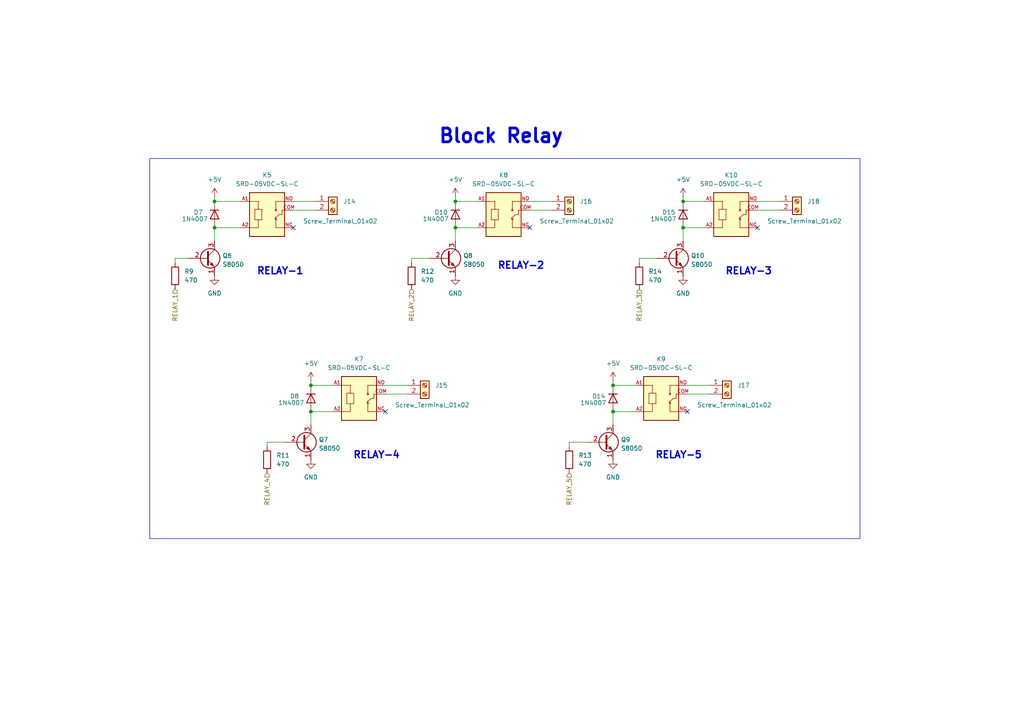
<source format=kicad_sch>
(kicad_sch (version 20231120) (generator "eeschema") (generator_version "8.0")
  (paper "A4")
  (lib_symbols
    (symbol "Connector:Screw_Terminal_01x02" (pin_names (offset 1.016) hide)
      (property "Reference" "J" (at 0 2.54 0))
      (property "Value" "Screw_Terminal_01x02" (at 0 -5.08 0))
      (symbol "Screw_Terminal_01x02_1_1"
        (rectangle (start -1.27 1.27) (end 1.27 -3.81) (stroke (width 0.254)) (fill (type background)))
        (circle (center 0 -2.54) (radius 0.635) (stroke (width 0.1524)))
        (polyline (pts (xy -0.5334 -2.2098) (xy 0.3302 -3.048)) (stroke (width 0.1524)))
        (polyline (pts (xy -0.5334 0.3302) (xy 0.3302 -0.508)) (stroke (width 0.1524)))
        (polyline (pts (xy -0.3556 -2.032) (xy 0.508 -2.8702)) (stroke (width 0.1524)))
        (polyline (pts (xy -0.3556 0.508) (xy 0.508 -0.3302)) (stroke (width 0.1524)))
        (circle (center 0 0) (radius 0.635) (stroke (width 0.1524)))
        (pin passive line (at -5.08 0 0) (length 3.81) (name "Pin_1") (number "1"))
        (pin passive line (at -5.08 -2.54 0) (length 3.81) (name "Pin_2") (number "2"))
      )
    )
    (symbol "Device:R" (pin_numbers hide) (pin_names (offset 0))
      (property "Reference" "R" (at 2.032 0 90))
      (property "Value" "R" (at 0 0 90))
      (symbol "R_0_1"
        (rectangle (start -1.016 -2.54) (end 1.016 2.54) (stroke (width 0.254)))
      )
      (symbol "R_1_1"
        (pin passive line (at 0 3.81 270) (length 1.27) (name "~") (number "1"))
        (pin passive line (at 0 -3.81 90) (length 1.27) (name "~") (number "2"))
      )
    )
    (symbol "Diode:LL4148" (pin_numbers hide) (pin_names hide)
      (property "Reference" "D" (at 0 2.54 0))
      (property "Value" "LL4148" (at 0 -2.54 0))
      (symbol "LL4148_0_1"
        (polyline (pts (xy -1.27 1.27) (xy -1.27 -1.27)) (stroke (width 0.254)))
        (polyline (pts (xy 1.27 0) (xy -1.27 0)))
        (polyline (pts (xy 1.27 1.27) (xy 1.27 -1.27) (xy -1.27 0) (xy 1.27 1.27)) (stroke (width 0.254)))
      )
      (symbol "LL4148_1_1"
        (pin passive line (at -3.81 0 0) (length 2.54) (name "K") (number "1"))
        (pin passive line (at 3.81 0 180) (length 2.54) (name "A") (number "2"))
      )
    )
    (symbol "SRD-05VDC-SL-C_1" (pin_names (offset 1.016))
      (property "Reference" "K" (at -5.0809 5.843 0))
      (property "Value" "SRD-05VDC-SL-C" (at -5.0832 -10.1664 0))
      (symbol "SRD-05VDC-SL-C_1_0_0"
        (rectangle (start -5.08 -7.62) (end 5.08 5.08) (stroke (width 0.254)) (fill (type background)))
        (polyline (pts (xy -5.08 2.54) (xy -2.54 2.54)) (stroke (width 0.1524)))
        (polyline (pts (xy -3.556 -2.794) (xy -2.54 -2.794)) (stroke (width 0.1524)))
        (polyline (pts (xy -3.556 0.254) (xy -3.556 -2.794)) (stroke (width 0.1524)))
        (polyline (pts (xy -2.54 -5.08) (xy -5.08 -5.08)) (stroke (width 0.1524)))
        (polyline (pts (xy -2.54 -2.794) (xy -2.54 -5.08)) (stroke (width 0.1524)))
        (polyline (pts (xy -2.54 -2.794) (xy -1.524 -2.794)) (stroke (width 0.1524)))
        (polyline (pts (xy -2.54 0.254) (xy -3.556 0.254)) (stroke (width 0.1524)))
        (polyline (pts (xy -2.54 2.54) (xy -2.54 0.254)) (stroke (width 0.1524)))
        (polyline (pts (xy -1.524 -2.794) (xy -1.524 0.254)) (stroke (width 0.1524)))
        (polyline (pts (xy -1.524 0.254) (xy -2.54 0.254)) (stroke (width 0.1524)))
        (polyline (pts (xy 2.54 -5.08) (xy 5.08 -5.08)) (stroke (width 0.1524)))
        (polyline (pts (xy 2.54 -2.54) (xy 2.54 -5.08)) (stroke (width 0.1524)))
        (polyline (pts (xy 2.54 2.54) (xy 2.54 0)) (stroke (width 0.1524)))
        (polyline (pts (xy 3.556 -1.27) (xy 2.286 -2.286)) (stroke (width 0.1524)))
        (polyline (pts (xy 3.556 -1.27) (xy 4.318 -1.27)) (stroke (width 0.1524)))
        (polyline (pts (xy 4.318 -1.27) (xy 4.318 0)) (stroke (width 0.1524)))
        (polyline (pts (xy 4.318 0) (xy 5.08 0)) (stroke (width 0.1524)))
        (polyline (pts (xy 5.08 2.54) (xy 2.54 2.54)) (stroke (width 0.1524)))
        (circle (center 2.54 -2.54) (radius 0.254) (stroke (width 0.1524)))
        (circle (center 2.54 0) (radius 0.254) (stroke (width 0.1524)))
        (pin passive line (at -7.62 2.54 0) (length 2.54) (name "~") (number "A1"))
        (pin passive line (at -7.62 -5.08 0) (length 2.54) (name "~") (number "A2"))
        (pin passive line (at 7.62 0 180) (length 2.54) (name "~") (number "COM"))
        (pin passive line (at 7.62 -5.08 180) (length 2.54) (name "~") (number "NC"))
        (pin passive line (at 7.62 2.54 180) (length 2.54) (name "~") (number "NO"))
      )
    )
    (symbol "Transistor_BJT:S8050" (pin_names (offset 0) hide)
      (property "Reference" "Q" (at 5.08 1.905 0))
      (property "Value" "S8050" (at 5.08 0 0))
      (symbol "S8050_0_1"
        (polyline (pts (xy 0 0) (xy 0.635 0)))
        (polyline (pts (xy 0.635 0.635) (xy 2.54 2.54)))
        (polyline (pts (xy 0.635 -0.635) (xy 2.54 -2.54) (xy 2.54 -2.54)))
        (polyline (pts (xy 0.635 1.905) (xy 0.635 -1.905) (xy 0.635 -1.905)) (stroke (width 0.508)))
        (polyline (pts (xy 1.27 -1.778) (xy 1.778 -1.27) (xy 2.286 -2.286) (xy 1.27 -1.778) (xy 1.27 -1.778)) (fill (type outline)))
        (circle (center 1.27 0) (radius 2.8194) (stroke (width 0.254)))
      )
      (symbol "S8050_1_1"
        (pin passive line (at 2.54 -5.08 90) (length 2.54) (name "E") (number "1"))
        (pin input line (at -5.08 0 0) (length 5.08) (name "B") (number "2"))
        (pin passive line (at 2.54 5.08 270) (length 2.54) (name "C") (number "3"))
      )
    )
    (symbol "power:+5V" (power) (pin_numbers hide) (pin_names (offset 0) hide)
      (property "Value" "+5V" (at 0 3.556 0))
      (symbol "+5V_0_1"
        (polyline (pts (xy -0.762 1.27) (xy 0 2.54)))
        (polyline (pts (xy 0 0) (xy 0 2.54)))
        (polyline (pts (xy 0 2.54) (xy 0.762 1.27)))
      )
      (symbol "+5V_1_1"
        (pin power_in line (at 0 0 90) (length 0) (name "~") (number "1"))
      )
    )
    (symbol "power:GND" (power) (pin_numbers hide) (pin_names (offset 0) hide)
      (property "Value" "GND" (at 0 -3.81 0))
      (symbol "GND_0_1"
        (polyline (pts (xy 0 0) (xy 0 -1.27) (xy 1.27 -1.27) (xy 0 -2.54) (xy -1.27 -1.27) (xy 0 -1.27)))
      )
      (symbol "GND_1_1"
        (pin power_in line (at 0 0 270) (length 0) (name "~") (number "1"))
      )
    )
  )
  (junction (at 62.23 58.42))
  (junction (at 62.23 66.04))
  (junction (at 90.17 119.38))
  (junction (at 198.12 66.04))
  (junction (at 177.8 119.38))
  (junction (at 90.17 111.76))
  (junction (at 198.12 58.42))
  (junction (at 132.08 58.42))
  (junction (at 132.08 66.04))
  (junction (at 177.8 111.76))
  (no_connect (at 219.71 66.04))
  (no_connect (at 85.09 66.04))
  (no_connect (at 111.76 119.38))
  (no_connect (at 153.67 66.04))
  (no_connect (at 199.39 119.38))
  (wire (pts (xy 177.8 110.49) (xy 177.8 111.76)))
  (wire (pts (xy 132.08 58.42) (xy 138.43 58.42)))
  (wire (pts (xy 90.17 111.76) (xy 96.52 111.76)))
  (wire (pts (xy 85.09 60.96) (xy 91.44 60.96)))
  (wire (pts (xy 153.67 60.96) (xy 160.02 60.96)))
  (wire (pts (xy 77.47 129.54) (xy 77.47 128.27)))
  (wire (pts (xy 219.71 60.96) (xy 226.06 60.96)))
  (wire (pts (xy 50.8 76.2) (xy 50.8 74.93)))
  (wire (pts (xy 50.8 74.93) (xy 54.61 74.93)))
  (wire (pts (xy 90.17 110.49) (xy 90.17 111.76)))
  (wire (pts (xy 132.08 66.04) (xy 138.43 66.04)))
  (wire (pts (xy 177.8 119.38) (xy 177.8 123.19)))
  (wire (pts (xy 90.17 119.38) (xy 96.52 119.38)))
  (wire (pts (xy 199.39 111.76) (xy 205.74 111.76)))
  (wire (pts (xy 153.67 58.42) (xy 160.02 58.42)))
  (wire (pts (xy 219.71 58.42) (xy 226.06 58.42)))
  (wire (pts (xy 111.76 114.3) (xy 118.11 114.3)))
  (wire (pts (xy 62.23 66.04) (xy 69.85 66.04)))
  (wire (pts (xy 111.76 111.76) (xy 118.11 111.76)))
  (wire (pts (xy 132.08 66.04) (xy 132.08 69.85)))
  (wire (pts (xy 62.23 58.42) (xy 69.85 58.42)))
  (wire (pts (xy 165.1 129.54) (xy 165.1 128.27)))
  (wire (pts (xy 77.47 128.27) (xy 82.55 128.27)))
  (wire (pts (xy 132.08 57.15) (xy 132.08 58.42)))
  (wire (pts (xy 90.17 119.38) (xy 90.17 123.19)))
  (wire (pts (xy 62.23 57.15) (xy 62.23 58.42)))
  (wire (pts (xy 198.12 58.42) (xy 204.47 58.42)))
  (wire (pts (xy 177.8 111.76) (xy 184.15 111.76)))
  (wire (pts (xy 165.1 128.27) (xy 170.18 128.27)))
  (wire (pts (xy 62.23 66.04) (xy 62.23 69.85)))
  (wire (pts (xy 119.38 74.93) (xy 124.46 74.93)))
  (wire (pts (xy 198.12 57.15) (xy 198.12 58.42)))
  (wire (pts (xy 198.12 66.04) (xy 198.12 69.85)))
  (wire (pts (xy 199.39 114.3) (xy 205.74 114.3)))
  (wire (pts (xy 85.09 58.42) (xy 91.44 58.42)))
  (wire (pts (xy 177.8 119.38) (xy 184.15 119.38)))
  (wire (pts (xy 198.12 66.04) (xy 204.47 66.04)))
  (wire (pts (xy 185.42 74.93) (xy 190.5 74.93)))
  (wire (pts (xy 185.42 76.2) (xy 185.42 74.93)))
  (wire (pts (xy 119.38 76.2) (xy 119.38 74.93)))
  (rectangle (start 43.434 45.974) (end 249.428 156.21))
  (text "RELAY-1\n" (at 81.28 78.74 0) (effects (font (size 2 2) (thickness 0.4) (bold yes))))
  (text "Block Relay\n" (at 127 41.91 0) (effects (font (size 4 4) (bold yes)) (justify left bottom)))
  (text "RELAY-3\n" (at 217.17 78.74 0) (effects (font (size 2 2) (thickness 0.4) (bold yes))))
  (text "RELAY-2\n\n" (at 151.13 78.74 0) (effects (font (size 2 2) (thickness 0.4) (bold yes))))
  (text "RELAY-4\n" (at 109.22 132.08 0) (effects (font (size 2 2) (thickness 0.4) (bold yes))))
  (text "RELAY-5\n" (at 196.85 132.08 0) (effects (font (size 2 2) (thickness 0.4) (bold yes))))
  (hierarchical_label "RELAY_2" (shape input) (at 119.38 83.82 270))
  (hierarchical_label "RELAY_5" (shape input) (at 165.1 137.16 270))
  (hierarchical_label "RELAY_3" (shape input) (at 185.42 83.82 270))
  (hierarchical_label "RELAY_1" (shape input) (at 50.8 83.82 270))
  (hierarchical_label "RELAY_4" (shape input) (at 77.47 137.16 270))
  (symbol (lib_id "power:GND") (at 62.23 80.01 0) (unit 1)
    (property "Reference" "#PWR049" (effects (hide yes)))
    (property "Value" "GND" (at 62.23 85.09 0))
    (property "Description" "Power symbol creates a global label with name \"GND\" , ground" (effects (hide yes)))
  )
  (symbol (lib_name "SRD-05VDC-SL-C_1") (lib_id "SRD-05VDC-SL-C:SRD-05VDC-SL-C") (at 191.77 114.3 0) (unit 1)
    (property "Reference" "K9" (at 191.77 104.14 0))
    (property "Value" "SRD-05VDC-SL-C" (at 191.77 106.68 0))
    (property "Footprint" "SRD-05VDC-SL-C:RELAY_SRD-05VDC-SL-C" (effects (hide yes)))
    (property "MF" "Songle Relay" (effects (hide yes)))
    (property "Description_1" "\n5V Trigger Relay Module For Arduino And Raspberry Pi 5V Trigger Relay Module For Arduino And Raspberry Pi\n" (effects (hide yes)))
    (property "Package" "NON STANDARD-5 Songle Relay" (effects (hide yes)))
    (property "Price" "None" (effects (hide yes)))
    (property "Check_prices" "https://www.snapeda.com/parts/SRD-05VDC-SL-C/Songle+Relay/view-part/?ref=eda" (effects (hide yes)))
    (property "STANDARD" "IPC-7251" (effects (hide yes)))
    (property "SnapEDA_Link" "https://www.snapeda.com/parts/SRD-05VDC-SL-C/Songle+Relay/view-part/?ref=snap" (effects (hide yes)))
    (property "MP" "SRD-05VDC-SL-C" (effects (hide yes)))
    (property "Availability" "Not in stock" (effects (hide yes)))
    (property "MANUFACTURER" "SONGLE RELAY" (effects (hide yes)))
  )
  (symbol (lib_id "Diode:LL4148") (at 62.23 62.23 270) (unit 1)
    (property "Reference" "D7" (at 56.134 61.595 90) (effects (justify left)))
    (property "Value" "1N4007" (at 52.705 63.5 90) (effects (justify left)))
    (property "Footprint" "Diode_SMD:D_SMA" (effects (hide yes)))
    (property "Datasheet" "http://www.vishay.com/docs/85557/ll4148.pdf" (effects (hide yes)))
    (property "Sim.Device" "D" (effects (hide yes)))
    (property "Sim.Pins" "1=K 2=A" (effects (hide yes)))
  )
  (symbol (lib_id "power:GND") (at 177.8 133.35 0) (unit 1)
    (property "Reference" "#PWR055" (effects (hide yes)))
    (property "Value" "GND" (at 177.8 138.43 0))
    (property "Description" "Power symbol creates a global label with name \"GND\" , ground" (effects (hide yes)))
  )
  (symbol (lib_id "Transistor_BJT:S8050") (at 87.63 128.27 0) (unit 1)
    (property "Reference" "Q7" (at 92.456 127.508 0) (effects (justify left)))
    (property "Value" "S8050" (at 92.456 130.048 0) (effects (justify left)))
    (property "Footprint" "Package_TO_SOT_SMD:SOT-23" (effects (hide yes)))
    (property "Datasheet" "http://www.unisonic.com.tw/datasheet/S8050.pdf" (effects (hide yes)))
  )
  (symbol (lib_id "power:+5V") (at 62.23 57.15 0) (unit 1)
    (property "Reference" "#PWR048" (effects (hide yes)))
    (property "Value" "+5V" (at 62.23 52.07 0))
    (property "Description" "Power symbol creates a global label with name \"+5V\"" (effects (hide yes)))
  )
  (symbol (lib_id "Connector:Screw_Terminal_01x02") (at 165.1 58.42 0) (unit 1)
    (property "Reference" "J16" (at 168.148 58.42 0) (effects (justify left)))
    (property "Value" "Screw_Terminal_01x02" (at 156.464 64.135 0) (effects (justify left)))
    (property "Footprint" "TerminalBlock_Phoenix:TerminalBlock_Phoenix_MKDS-1,5-2-5.08_1x02_P5.08mm_Horizontal" (effects (hide yes)))
  )
  (symbol (lib_id "power:GND") (at 90.17 133.35 0) (unit 1)
    (property "Reference" "#PWR051" (effects (hide yes)))
    (property "Value" "GND" (at 90.17 138.43 0))
    (property "Description" "Power symbol creates a global label with name \"GND\" , ground" (effects (hide yes)))
  )
  (symbol (lib_name "SRD-05VDC-SL-C_1") (lib_id "SRD-05VDC-SL-C:SRD-05VDC-SL-C") (at 212.09 60.96 0) (unit 1)
    (property "Reference" "K10" (at 212.09 50.8 0))
    (property "Value" "SRD-05VDC-SL-C" (at 212.09 53.34 0))
    (property "Footprint" "SRD-05VDC-SL-C:RELAY_SRD-05VDC-SL-C" (effects (hide yes)))
    (property "MF" "Songle Relay" (effects (hide yes)))
    (property "Description_1" "\n5V Trigger Relay Module For Arduino And Raspberry Pi 5V Trigger Relay Module For Arduino And Raspberry Pi\n" (effects (hide yes)))
    (property "Package" "NON STANDARD-5 Songle Relay" (effects (hide yes)))
    (property "Price" "None" (effects (hide yes)))
    (property "Check_prices" "https://www.snapeda.com/parts/SRD-05VDC-SL-C/Songle+Relay/view-part/?ref=eda" (effects (hide yes)))
    (property "STANDARD" "IPC-7251" (effects (hide yes)))
    (property "SnapEDA_Link" "https://www.snapeda.com/parts/SRD-05VDC-SL-C/Songle+Relay/view-part/?ref=snap" (effects (hide yes)))
    (property "MP" "SRD-05VDC-SL-C" (effects (hide yes)))
    (property "Availability" "Not in stock" (effects (hide yes)))
    (property "MANUFACTURER" "SONGLE RELAY" (effects (hide yes)))
  )
  (symbol (lib_id "Transistor_BJT:S8050") (at 195.58 74.93 0) (unit 1)
    (property "Reference" "Q10" (at 200.406 74.168 0) (effects (justify left)))
    (property "Value" "S8050" (at 200.406 76.708 0) (effects (justify left)))
    (property "Footprint" "Package_TO_SOT_SMD:SOT-23" (effects (hide yes)))
    (property "Datasheet" "http://www.unisonic.com.tw/datasheet/S8050.pdf" (effects (hide yes)))
  )
  (symbol (lib_id "Transistor_BJT:S8050") (at 175.26 128.27 0) (unit 1)
    (property "Reference" "Q9" (at 180.086 127.508 0) (effects (justify left)))
    (property "Value" "S8050" (at 180.086 130.048 0) (effects (justify left)))
    (property "Footprint" "Package_TO_SOT_SMD:SOT-23" (effects (hide yes)))
    (property "Datasheet" "http://www.unisonic.com.tw/datasheet/S8050.pdf" (effects (hide yes)))
  )
  (symbol (lib_id "power:+5V") (at 90.17 110.49 0) (unit 1)
    (property "Reference" "#PWR050" (effects (hide yes)))
    (property "Value" "+5V" (at 90.17 105.41 0))
    (property "Description" "Power symbol creates a global label with name \"+5V\"" (effects (hide yes)))
  )
  (symbol (lib_name "SRD-05VDC-SL-C_1") (lib_id "SRD-05VDC-SL-C:SRD-05VDC-SL-C") (at 104.14 114.3 0) (unit 1)
    (property "Reference" "K7" (at 104.14 104.14 0))
    (property "Value" "SRD-05VDC-SL-C" (at 104.14 106.68 0))
    (property "Footprint" "SRD-05VDC-SL-C:RELAY_SRD-05VDC-SL-C" (effects (hide yes)))
    (property "MF" "Songle Relay" (effects (hide yes)))
    (property "Description_1" "\n5V Trigger Relay Module For Arduino And Raspberry Pi 5V Trigger Relay Module For Arduino And Raspberry Pi\n" (effects (hide yes)))
    (property "Package" "NON STANDARD-5 Songle Relay" (effects (hide yes)))
    (property "Price" "None" (effects (hide yes)))
    (property "Check_prices" "https://www.snapeda.com/parts/SRD-05VDC-SL-C/Songle+Relay/view-part/?ref=eda" (effects (hide yes)))
    (property "STANDARD" "IPC-7251" (effects (hide yes)))
    (property "SnapEDA_Link" "https://www.snapeda.com/parts/SRD-05VDC-SL-C/Songle+Relay/view-part/?ref=snap" (effects (hide yes)))
    (property "MP" "SRD-05VDC-SL-C" (effects (hide yes)))
    (property "Availability" "Not in stock" (effects (hide yes)))
    (property "MANUFACTURER" "SONGLE RELAY" (effects (hide yes)))
  )
  (symbol (lib_id "Device:R") (at 50.8 80.01 180) (unit 1)
    (property "Reference" "R9" (at 53.467 78.7399 0) (effects (justify right)))
    (property "Value" "470" (at 53.467 81.2799 0) (effects (justify right)))
    (property "Footprint" "Resistor_SMD:R_0603_1608Metric" (effects (hide yes)))
  )
  (symbol (lib_id "Connector:Screw_Terminal_01x02") (at 231.14 58.42 0) (unit 1)
    (property "Reference" "J18" (at 234.188 58.42 0) (effects (justify left)))
    (property "Value" "Screw_Terminal_01x02" (at 222.504 64.135 0) (effects (justify left)))
    (property "Footprint" "TerminalBlock_Phoenix:TerminalBlock_Phoenix_MKDS-1,5-2-5.08_1x02_P5.08mm_Horizontal" (effects (hide yes)))
  )
  (symbol (lib_id "Connector:Screw_Terminal_01x02") (at 96.52 58.42 0) (unit 1)
    (property "Reference" "J14" (at 99.568 58.42 0) (effects (justify left)))
    (property "Value" "Screw_Terminal_01x02" (at 87.884 64.135 0) (effects (justify left)))
    (property "Footprint" "TerminalBlock_Phoenix:TerminalBlock_Phoenix_MKDS-1,5-2-5.08_1x02_P5.08mm_Horizontal" (effects (hide yes)))
  )
  (symbol (lib_id "Device:R") (at 77.47 133.35 180) (unit 1)
    (property "Reference" "R11" (at 80.137 132.0799 0) (effects (justify right)))
    (property "Value" "470" (at 80.137 134.6199 0) (effects (justify right)))
    (property "Footprint" "Resistor_SMD:R_0603_1608Metric" (effects (hide yes)))
  )
  (symbol (lib_id "power:+5V") (at 177.8 110.49 0) (unit 1)
    (property "Reference" "#PWR054" (effects (hide yes)))
    (property "Value" "+5V" (at 177.8 105.41 0))
    (property "Description" "Power symbol creates a global label with name \"+5V\"" (effects (hide yes)))
  )
  (symbol (lib_id "Device:R") (at 119.38 80.01 180) (unit 1)
    (property "Reference" "R12" (at 122.047 78.7399 0) (effects (justify right)))
    (property "Value" "470" (at 122.047 81.2799 0) (effects (justify right)))
    (property "Footprint" "Resistor_SMD:R_0603_1608Metric" (effects (hide yes)))
  )
  (symbol (lib_id "power:GND") (at 132.08 80.01 0) (unit 1)
    (property "Reference" "#PWR053" (effects (hide yes)))
    (property "Value" "GND" (at 132.08 85.09 0))
    (property "Description" "Power symbol creates a global label with name \"GND\" , ground" (effects (hide yes)))
  )
  (symbol (lib_id "Transistor_BJT:S8050") (at 129.54 74.93 0) (unit 1)
    (property "Reference" "Q8" (at 134.366 74.168 0) (effects (justify left)))
    (property "Value" "S8050" (at 134.366 76.708 0) (effects (justify left)))
    (property "Footprint" "Package_TO_SOT_SMD:SOT-23" (effects (hide yes)))
    (property "Datasheet" "http://www.unisonic.com.tw/datasheet/S8050.pdf" (effects (hide yes)))
  )
  (symbol (lib_id "Device:R") (at 165.1 133.35 180) (unit 1)
    (property "Reference" "R13" (at 167.767 132.0799 0) (effects (justify right)))
    (property "Value" "470" (at 167.767 134.6199 0) (effects (justify right)))
    (property "Footprint" "Resistor_SMD:R_0603_1608Metric" (effects (hide yes)))
  )
  (symbol (lib_id "power:+5V") (at 132.08 57.15 0) (unit 1)
    (property "Reference" "#PWR052" (effects (hide yes)))
    (property "Value" "+5V" (at 132.08 52.07 0))
    (property "Description" "Power symbol creates a global label with name \"+5V\"" (effects (hide yes)))
  )
  (symbol (lib_id "Diode:LL4148") (at 132.08 62.23 270) (unit 1)
    (property "Reference" "D10" (at 125.984 61.595 90) (effects (justify left)))
    (property "Value" "1N4007" (at 122.555 63.5 90) (effects (justify left)))
    (property "Footprint" "Diode_SMD:D_SMA" (effects (hide yes)))
    (property "Datasheet" "http://www.vishay.com/docs/85557/ll4148.pdf" (effects (hide yes)))
    (property "Sim.Device" "D" (effects (hide yes)))
    (property "Sim.Pins" "1=K 2=A" (effects (hide yes)))
  )
  (symbol (lib_id "Transistor_BJT:S8050") (at 59.69 74.93 0) (unit 1)
    (property "Reference" "Q6" (at 64.516 74.168 0) (effects (justify left)))
    (property "Value" "S8050" (at 64.516 76.708 0) (effects (justify left)))
    (property "Footprint" "Package_TO_SOT_SMD:SOT-23" (effects (hide yes)))
    (property "Datasheet" "http://www.unisonic.com.tw/datasheet/S8050.pdf" (effects (hide yes)))
  )
  (symbol (lib_id "Connector:Screw_Terminal_01x02") (at 123.19 111.76 0) (unit 1)
    (property "Reference" "J15" (at 126.238 111.76 0) (effects (justify left)))
    (property "Value" "Screw_Terminal_01x02" (at 114.554 117.475 0) (effects (justify left)))
    (property "Footprint" "TerminalBlock_Phoenix:TerminalBlock_Phoenix_MKDS-1,5-2-5.08_1x02_P5.08mm_Horizontal" (effects (hide yes)))
  )
  (symbol (lib_id "Device:R") (at 185.42 80.01 180) (unit 1)
    (property "Reference" "R14" (at 188.087 78.7399 0) (effects (justify right)))
    (property "Value" "470" (at 188.087 81.2799 0) (effects (justify right)))
    (property "Footprint" "Resistor_SMD:R_0603_1608Metric" (effects (hide yes)))
  )
  (symbol (lib_name "SRD-05VDC-SL-C_1") (lib_id "SRD-05VDC-SL-C:SRD-05VDC-SL-C") (at 146.05 60.96 0) (unit 1)
    (property "Reference" "K8" (at 146.05 50.8 0))
    (property "Value" "SRD-05VDC-SL-C" (at 146.05 53.34 0))
    (property "Footprint" "SRD-05VDC-SL-C:RELAY_SRD-05VDC-SL-C" (effects (hide yes)))
    (property "MF" "Songle Relay" (effects (hide yes)))
    (property "Description_1" "\n5V Trigger Relay Module For Arduino And Raspberry Pi 5V Trigger Relay Module For Arduino And Raspberry Pi\n" (effects (hide yes)))
    (property "Package" "NON STANDARD-5 Songle Relay" (effects (hide yes)))
    (property "Price" "None" (effects (hide yes)))
    (property "Check_prices" "https://www.snapeda.com/parts/SRD-05VDC-SL-C/Songle+Relay/view-part/?ref=eda" (effects (hide yes)))
    (property "STANDARD" "IPC-7251" (effects (hide yes)))
    (property "SnapEDA_Link" "https://www.snapeda.com/parts/SRD-05VDC-SL-C/Songle+Relay/view-part/?ref=snap" (effects (hide yes)))
    (property "MP" "SRD-05VDC-SL-C" (effects (hide yes)))
    (property "Availability" "Not in stock" (effects (hide yes)))
    (property "MANUFACTURER" "SONGLE RELAY" (effects (hide yes)))
  )
  (symbol (lib_id "Connector:Screw_Terminal_01x02") (at 210.82 111.76 0) (unit 1)
    (property "Reference" "J17" (at 213.868 111.76 0) (effects (justify left)))
    (property "Value" "Screw_Terminal_01x02" (at 202.184 117.475 0) (effects (justify left)))
    (property "Footprint" "TerminalBlock_Phoenix:TerminalBlock_Phoenix_MKDS-1,5-2-5.08_1x02_P5.08mm_Horizontal" (effects (hide yes)))
  )
  (symbol (lib_id "power:GND") (at 198.12 80.01 0) (unit 1)
    (property "Reference" "#PWR057" (effects (hide yes)))
    (property "Value" "GND" (at 198.12 85.09 0))
    (property "Description" "Power symbol creates a global label with name \"GND\" , ground" (effects (hide yes)))
  )
  (symbol (lib_id "power:+5V") (at 198.12 57.15 0) (unit 1)
    (property "Reference" "#PWR056" (effects (hide yes)))
    (property "Value" "+5V" (at 198.12 52.07 0))
    (property "Description" "Power symbol creates a global label with name \"+5V\"" (effects (hide yes)))
  )
  (symbol (lib_id "Diode:LL4148") (at 198.12 62.23 270) (unit 1)
    (property "Reference" "D15" (at 192.024 61.595 90) (effects (justify left)))
    (property "Value" "1N4007" (at 188.595 63.5 90) (effects (justify left)))
    (property "Footprint" "Diode_SMD:D_SMA" (effects (hide yes)))
    (property "Datasheet" "http://www.vishay.com/docs/85557/ll4148.pdf" (effects (hide yes)))
    (property "Sim.Device" "D" (effects (hide yes)))
    (property "Sim.Pins" "1=K 2=A" (effects (hide yes)))
  )
  (symbol (lib_id "Diode:LL4148") (at 177.8 115.57 270) (unit 1)
    (property "Reference" "D14" (at 171.704 114.935 90) (effects (justify left)))
    (property "Value" "1N4007" (at 168.275 116.84 90) (effects (justify left)))
    (property "Footprint" "Diode_SMD:D_SMA" (effects (hide yes)))
    (property "Datasheet" "http://www.vishay.com/docs/85557/ll4148.pdf" (effects (hide yes)))
    (property "Sim.Device" "D" (effects (hide yes)))
    (property "Sim.Pins" "1=K 2=A" (effects (hide yes)))
  )
  (symbol (lib_name "SRD-05VDC-SL-C_1") (lib_id "SRD-05VDC-SL-C:SRD-05VDC-SL-C") (at 77.47 60.96 0) (unit 1)
    (property "Reference" "K5" (at 77.47 50.8 0))
    (property "Value" "SRD-05VDC-SL-C" (at 77.47 53.34 0))
    (property "Footprint" "SRD-05VDC-SL-C:RELAY_SRD-05VDC-SL-C" (effects (hide yes)))
    (property "MF" "Songle Relay" (effects (hide yes)))
    (property "Description_1" "\n5V Trigger Relay Module For Arduino And Raspberry Pi 5V Trigger Relay Module For Arduino And Raspberry Pi\n" (effects (hide yes)))
    (property "Package" "NON STANDARD-5 Songle Relay" (effects (hide yes)))
    (property "Price" "None" (effects (hide yes)))
    (property "Check_prices" "https://www.snapeda.com/parts/SRD-05VDC-SL-C/Songle+Relay/view-part/?ref=eda" (effects (hide yes)))
    (property "STANDARD" "IPC-7251" (effects (hide yes)))
    (property "SnapEDA_Link" "https://www.snapeda.com/parts/SRD-05VDC-SL-C/Songle+Relay/view-part/?ref=snap" (effects (hide yes)))
    (property "MP" "SRD-05VDC-SL-C" (effects (hide yes)))
    (property "Availability" "Not in stock" (effects (hide yes)))
    (property "MANUFACTURER" "SONGLE RELAY" (effects (hide yes)))
  )
  (symbol (lib_id "Diode:LL4148") (at 90.17 115.57 270) (unit 1)
    (property "Reference" "D8" (at 84.074 114.935 90) (effects (justify left)))
    (property "Value" "1N4007" (at 80.645 116.84 90) (effects (justify left)))
    (property "Footprint" "Diode_SMD:D_SMA" (effects (hide yes)))
    (property "Datasheet" "http://www.vishay.com/docs/85557/ll4148.pdf" (effects (hide yes)))
    (property "Sim.Device" "D" (effects (hide yes)))
    (property "Sim.Pins" "1=K 2=A" (effects (hide yes)))
  )
)
</source>
